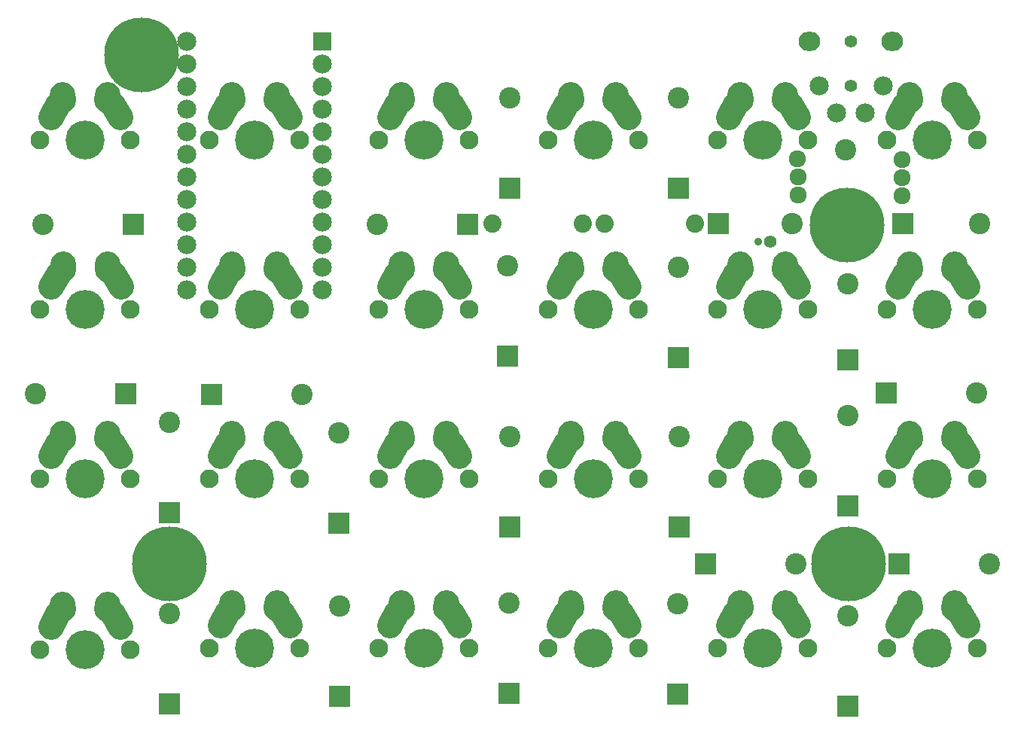
<source format=gbr>
G04 #@! TF.FileFunction,Soldermask,Bot*
%FSLAX46Y46*%
G04 Gerber Fmt 4.6, Leading zero omitted, Abs format (unit mm)*
G04 Created by KiCad (PCBNEW 4.0.2-stable) date 10/9/2016 9:16:27 PM*
%MOMM*%
G01*
G04 APERTURE LIST*
%ADD10C,0.100000*%
%ADD11C,2.398980*%
%ADD12R,2.398980X2.398980*%
%ADD13O,2.457400X2.152600*%
%ADD14C,2.152600*%
%ADD15C,1.390600*%
%ADD16C,2.051000*%
%ADD17C,2.900000*%
%ADD18C,4.387810*%
%ADD19C,2.101810*%
%ADD20R,2.152600X2.152600*%
%ADD21C,2.400000*%
%ADD22C,1.924000*%
%ADD23C,1.400000*%
%ADD24C,0.900000*%
%ADD25C,8.400000*%
G04 APERTURE END LIST*
D10*
D11*
X131247460Y-100340000D03*
D12*
X131247460Y-110500000D03*
D11*
X74097460Y-99240000D03*
D12*
X74097460Y-109400000D03*
D11*
X93147460Y-98940000D03*
D12*
X93147460Y-109100000D03*
D11*
X112147460Y-99040000D03*
D12*
X112147460Y-109200000D03*
D11*
X125410000Y-94497460D03*
D12*
X115250000Y-94497460D03*
D11*
X145760000Y-75347460D03*
D12*
X135600000Y-75347460D03*
D11*
X147160000Y-94497460D03*
D12*
X137000000Y-94497460D03*
D11*
X112297460Y-80240000D03*
D12*
X112297460Y-90400000D03*
D11*
X93247460Y-80240000D03*
D12*
X93247460Y-90400000D03*
D11*
X74047460Y-79790000D03*
D12*
X74047460Y-89950000D03*
D11*
X39890000Y-75402540D03*
D12*
X50050000Y-75402540D03*
D11*
X54997460Y-100090000D03*
D12*
X54997460Y-110250000D03*
D11*
X69860000Y-75447460D03*
D12*
X59700000Y-75447460D03*
D11*
X93047460Y-60990000D03*
D12*
X93047460Y-71150000D03*
D11*
X112247460Y-61140000D03*
D12*
X112247460Y-71300000D03*
D11*
X131250000Y-63000000D03*
D12*
X131297460Y-71550000D03*
D11*
X146060000Y-56247460D03*
D12*
X137500000Y-56250000D03*
D11*
X125000000Y-56250000D03*
D12*
X116750000Y-56297460D03*
D11*
X112197460Y-42090000D03*
D12*
X112197460Y-52250000D03*
D11*
X93247460Y-42090000D03*
D12*
X93247460Y-52250000D03*
D11*
X78390000Y-56352540D03*
D12*
X88550000Y-56352540D03*
D11*
X40790000Y-56352540D03*
D12*
X50950000Y-56352540D03*
D11*
X54997460Y-78590000D03*
D12*
X54997460Y-88750000D03*
D11*
X131247460Y-77840000D03*
D12*
X131247460Y-88000000D03*
D13*
X136298200Y-35745600D03*
D14*
X128043200Y-40749400D03*
X133250200Y-43848200D03*
D13*
X127001800Y-35745600D03*
D14*
X130049800Y-43848200D03*
X135256800Y-40749400D03*
D15*
X131650000Y-35745600D03*
X131650000Y-40749400D03*
D16*
X101480000Y-56300000D03*
X91320000Y-56300000D03*
X103970000Y-56300000D03*
X114130000Y-56300000D03*
D17*
X43000276Y-41770672D02*
X43039724Y-42349328D01*
X48690184Y-42849693D02*
X49499816Y-44310307D01*
D18*
X45500000Y-46850000D03*
D19*
X40420000Y-46850000D03*
X50580000Y-46850000D03*
D17*
X42500453Y-42850046D02*
X41689547Y-44309954D01*
X48039724Y-41770672D02*
X48000276Y-42349328D01*
X43050276Y-60870672D02*
X43089724Y-61449328D01*
X48740184Y-61949693D02*
X49549816Y-63410307D01*
D18*
X45550000Y-65950000D03*
D19*
X40470000Y-65950000D03*
X50630000Y-65950000D03*
D17*
X42550453Y-61950046D02*
X41739547Y-63409954D01*
X48089724Y-60870672D02*
X48050276Y-61449328D01*
X43000276Y-79920672D02*
X43039724Y-80499328D01*
X48690184Y-80999693D02*
X49499816Y-82460307D01*
D18*
X45500000Y-85000000D03*
D19*
X40420000Y-85000000D03*
X50580000Y-85000000D03*
D17*
X42500453Y-81000046D02*
X41689547Y-82459954D01*
X48039724Y-79920672D02*
X48000276Y-80499328D01*
X43000276Y-99070672D02*
X43039724Y-99649328D01*
X48690184Y-100149693D02*
X49499816Y-101610307D01*
D18*
X45500000Y-104150000D03*
D19*
X40420000Y-104150000D03*
X50580000Y-104150000D03*
D17*
X42500453Y-100150046D02*
X41689547Y-101609954D01*
X48039724Y-99070672D02*
X48000276Y-99649328D01*
X62050276Y-41770672D02*
X62089724Y-42349328D01*
X67740184Y-42849693D02*
X68549816Y-44310307D01*
D18*
X64550000Y-46850000D03*
D19*
X59470000Y-46850000D03*
X69630000Y-46850000D03*
D17*
X61550453Y-42850046D02*
X60739547Y-44309954D01*
X67089724Y-41770672D02*
X67050276Y-42349328D01*
X62050276Y-60820672D02*
X62089724Y-61399328D01*
X67740184Y-61899693D02*
X68549816Y-63360307D01*
D18*
X64550000Y-65900000D03*
D19*
X59470000Y-65900000D03*
X69630000Y-65900000D03*
D17*
X61550453Y-61900046D02*
X60739547Y-63359954D01*
X67089724Y-60820672D02*
X67050276Y-61399328D01*
X62050276Y-79870672D02*
X62089724Y-80449328D01*
X67740184Y-80949693D02*
X68549816Y-82410307D01*
D18*
X64550000Y-84950000D03*
D19*
X59470000Y-84950000D03*
X69630000Y-84950000D03*
D17*
X61550453Y-80950046D02*
X60739547Y-82409954D01*
X67089724Y-79870672D02*
X67050276Y-80449328D01*
X62050276Y-98920672D02*
X62089724Y-99499328D01*
X67740184Y-99999693D02*
X68549816Y-101460307D01*
D18*
X64550000Y-104000000D03*
D19*
X59470000Y-104000000D03*
X69630000Y-104000000D03*
D17*
X61550453Y-100000046D02*
X60739547Y-101459954D01*
X67089724Y-98920672D02*
X67050276Y-99499328D01*
X81100276Y-41770672D02*
X81139724Y-42349328D01*
X86790184Y-42849693D02*
X87599816Y-44310307D01*
D18*
X83600000Y-46850000D03*
D19*
X78520000Y-46850000D03*
X88680000Y-46850000D03*
D17*
X80600453Y-42850046D02*
X79789547Y-44309954D01*
X86139724Y-41770672D02*
X86100276Y-42349328D01*
X81100276Y-60820672D02*
X81139724Y-61399328D01*
X86790184Y-61899693D02*
X87599816Y-63360307D01*
D18*
X83600000Y-65900000D03*
D19*
X78520000Y-65900000D03*
X88680000Y-65900000D03*
D17*
X80600453Y-61900046D02*
X79789547Y-63359954D01*
X86139724Y-60820672D02*
X86100276Y-61399328D01*
X81100276Y-79870672D02*
X81139724Y-80449328D01*
X86790184Y-80949693D02*
X87599816Y-82410307D01*
D18*
X83600000Y-84950000D03*
D19*
X78520000Y-84950000D03*
X88680000Y-84950000D03*
D17*
X80600453Y-80950046D02*
X79789547Y-82409954D01*
X86139724Y-79870672D02*
X86100276Y-80449328D01*
X81100276Y-98920672D02*
X81139724Y-99499328D01*
X86790184Y-99999693D02*
X87599816Y-101460307D01*
D18*
X83600000Y-104000000D03*
D19*
X78520000Y-104000000D03*
X88680000Y-104000000D03*
D17*
X80600453Y-100000046D02*
X79789547Y-101459954D01*
X86139724Y-98920672D02*
X86100276Y-99499328D01*
X100150276Y-41770672D02*
X100189724Y-42349328D01*
X105840184Y-42849693D02*
X106649816Y-44310307D01*
D18*
X102650000Y-46850000D03*
D19*
X97570000Y-46850000D03*
X107730000Y-46850000D03*
D17*
X99650453Y-42850046D02*
X98839547Y-44309954D01*
X105189724Y-41770672D02*
X105150276Y-42349328D01*
X100150276Y-60820672D02*
X100189724Y-61399328D01*
X105840184Y-61899693D02*
X106649816Y-63360307D01*
D18*
X102650000Y-65900000D03*
D19*
X97570000Y-65900000D03*
X107730000Y-65900000D03*
D17*
X99650453Y-61900046D02*
X98839547Y-63359954D01*
X105189724Y-60820672D02*
X105150276Y-61399328D01*
X100150276Y-79870672D02*
X100189724Y-80449328D01*
X105840184Y-80949693D02*
X106649816Y-82410307D01*
D18*
X102650000Y-84950000D03*
D19*
X97570000Y-84950000D03*
X107730000Y-84950000D03*
D17*
X99650453Y-80950046D02*
X98839547Y-82409954D01*
X105189724Y-79870672D02*
X105150276Y-80449328D01*
X100150276Y-98920672D02*
X100189724Y-99499328D01*
X105840184Y-99999693D02*
X106649816Y-101460307D01*
D18*
X102650000Y-104000000D03*
D19*
X97570000Y-104000000D03*
X107730000Y-104000000D03*
D17*
X99650453Y-100000046D02*
X98839547Y-101459954D01*
X105189724Y-98920672D02*
X105150276Y-99499328D01*
X119200276Y-41770672D02*
X119239724Y-42349328D01*
X124890184Y-42849693D02*
X125699816Y-44310307D01*
D18*
X121700000Y-46850000D03*
D19*
X116620000Y-46850000D03*
X126780000Y-46850000D03*
D17*
X118700453Y-42850046D02*
X117889547Y-44309954D01*
X124239724Y-41770672D02*
X124200276Y-42349328D01*
X119200276Y-60820672D02*
X119239724Y-61399328D01*
X124890184Y-61899693D02*
X125699816Y-63360307D01*
D18*
X121700000Y-65900000D03*
D19*
X116620000Y-65900000D03*
X126780000Y-65900000D03*
D17*
X118700453Y-61900046D02*
X117889547Y-63359954D01*
X124239724Y-60820672D02*
X124200276Y-61399328D01*
X119200276Y-79870672D02*
X119239724Y-80449328D01*
X124890184Y-80949693D02*
X125699816Y-82410307D01*
D18*
X121700000Y-84950000D03*
D19*
X116620000Y-84950000D03*
X126780000Y-84950000D03*
D17*
X118700453Y-80950046D02*
X117889547Y-82409954D01*
X124239724Y-79870672D02*
X124200276Y-80449328D01*
X119200276Y-98920672D02*
X119239724Y-99499328D01*
X124890184Y-99999693D02*
X125699816Y-101460307D01*
D18*
X121700000Y-104000000D03*
D19*
X116620000Y-104000000D03*
X126780000Y-104000000D03*
D17*
X118700453Y-100000046D02*
X117889547Y-101459954D01*
X124239724Y-98920672D02*
X124200276Y-99499328D01*
X138250276Y-41770672D02*
X138289724Y-42349328D01*
X143940184Y-42849693D02*
X144749816Y-44310307D01*
D18*
X140750000Y-46850000D03*
D19*
X135670000Y-46850000D03*
X145830000Y-46850000D03*
D17*
X137750453Y-42850046D02*
X136939547Y-44309954D01*
X143289724Y-41770672D02*
X143250276Y-42349328D01*
X138250276Y-60820672D02*
X138289724Y-61399328D01*
X143940184Y-61899693D02*
X144749816Y-63360307D01*
D18*
X140750000Y-65900000D03*
D19*
X135670000Y-65900000D03*
X145830000Y-65900000D03*
D17*
X137750453Y-61900046D02*
X136939547Y-63359954D01*
X143289724Y-60820672D02*
X143250276Y-61399328D01*
X138250276Y-79870672D02*
X138289724Y-80449328D01*
X143940184Y-80949693D02*
X144749816Y-82410307D01*
D18*
X140750000Y-84950000D03*
D19*
X135670000Y-84950000D03*
X145830000Y-84950000D03*
D17*
X137750453Y-80950046D02*
X136939547Y-82409954D01*
X143289724Y-79870672D02*
X143250276Y-80449328D01*
X138250276Y-98920672D02*
X138289724Y-99499328D01*
X143940184Y-99999693D02*
X144749816Y-101460307D01*
D18*
X140750000Y-104000000D03*
D19*
X135670000Y-104000000D03*
X145830000Y-104000000D03*
D17*
X137750453Y-100000046D02*
X136939547Y-101459954D01*
X143289724Y-98920672D02*
X143250276Y-99499328D01*
D20*
X72170000Y-35780000D03*
D14*
X72170000Y-38320000D03*
X72170000Y-40860000D03*
X72170000Y-43400000D03*
X72170000Y-45940000D03*
X72170000Y-48480000D03*
X72170000Y-51020000D03*
X72170000Y-53560000D03*
X72170000Y-56100000D03*
X72170000Y-58640000D03*
X72170000Y-61180000D03*
X72170000Y-63720000D03*
X56930000Y-63720000D03*
X56930000Y-61180000D03*
X56930000Y-58640000D03*
X56930000Y-56100000D03*
X56930000Y-53560000D03*
X56930000Y-51020000D03*
X56930000Y-48480000D03*
X56930000Y-40860000D03*
X56930000Y-38320000D03*
X56930000Y-35780000D03*
X56930000Y-45940000D03*
X56930000Y-43400000D03*
D21*
X131000000Y-48000000D03*
D22*
X137410000Y-51110000D03*
X137390000Y-49100000D03*
X137410000Y-53110000D03*
X125660000Y-51010000D03*
X125640000Y-49000000D03*
X125660000Y-53010000D03*
D23*
X122520000Y-58270000D03*
D24*
X121180000Y-58290000D03*
D25*
X55000000Y-94500000D03*
X131350000Y-94550000D03*
X131200000Y-56450000D03*
X51850000Y-37300000D03*
M02*

</source>
